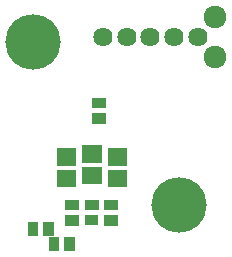
<source format=gbr>
G04 start of page 7 for group -4062 idx -4062 *
G04 Title: encoder, soldermask *
G04 Creator: pcb 20140316 *
G04 CreationDate: Mon 15 Jan 2018 02:12:54 AM GMT UTC *
G04 For: brian *
G04 Format: Gerber/RS-274X *
G04 PCB-Dimensions (mil): 1250.00 1300.00 *
G04 PCB-Coordinate-Origin: lower left *
%MOIN*%
%FSLAX25Y25*%
%LNBOTTOMMASK*%
%ADD53R,0.0334X0.0334*%
%ADD52R,0.0572X0.0572*%
%ADD51R,0.0355X0.0355*%
%ADD50C,0.1850*%
%ADD49C,0.0757*%
%ADD48C,0.0640*%
G54D48*X73252Y107500D03*
X81126D03*
X89000D03*
X96874D03*
X104748D03*
G54D49*X110654Y114193D03*
G54D50*X50000Y106000D03*
G54D49*X110654Y100807D03*
G54D50*X98500Y51500D03*
G54D51*X75508Y51559D02*X76492D01*
G54D52*X77607Y60457D02*X78393D01*
X77607Y67543D02*X78393D01*
X69107Y61457D02*X69893D01*
X69107Y68543D02*X69893D01*
G54D51*X69008Y51559D02*X69992D01*
G54D52*X60607Y60457D02*X61393D01*
X60607Y67543D02*X61393D01*
G54D51*X75508Y46441D02*X76492D01*
X62059Y38992D02*Y38008D01*
X56941Y38992D02*Y38008D01*
G54D53*X69008Y46441D02*X69992D01*
G54D51*X62508D02*X63492D01*
X55059Y43992D02*Y43008D01*
X49941Y43992D02*Y43008D01*
X62508Y51559D02*X63492D01*
X71508Y85559D02*X72492D01*
X71508Y80441D02*X72492D01*
M02*

</source>
